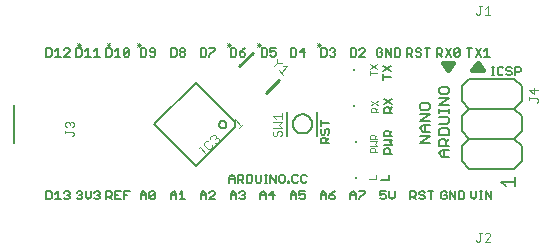
<source format=gbr>
G04 EAGLE Gerber RS-274X export*
G75*
%MOMM*%
%FSLAX34Y34*%
%LPD*%
%INSilkscreen Top*%
%IPPOS*%
%AMOC8*
5,1,8,0,0,1.08239X$1,22.5*%
G01*
%ADD10C,0.406400*%
%ADD11C,0.127000*%
%ADD12C,0.203200*%
%ADD13C,0.152400*%
%ADD14C,0.050800*%
%ADD15C,0.076200*%
%ADD16C,0.101600*%
%ADD17C,0.220000*%
%ADD18R,0.200000X0.200000*%


D10*
X388874Y134874D02*
X393446Y140462D01*
X398018Y134874D01*
X388874Y134874D01*
X372872Y140462D02*
X368300Y134874D01*
X372872Y140462D02*
X363728Y140462D01*
X368300Y134874D01*
X391414Y137160D02*
X394970Y137160D01*
X370078Y138430D02*
X365760Y138430D01*
D11*
X386463Y145923D02*
X386463Y152787D01*
X384175Y152787D02*
X388751Y152787D01*
X391659Y152787D02*
X396235Y145923D01*
X391659Y145923D02*
X396235Y152787D01*
X399143Y150499D02*
X401431Y152787D01*
X401431Y145923D01*
X399143Y145923D02*
X403719Y145923D01*
X358775Y145923D02*
X358775Y152787D01*
X362207Y152787D01*
X363351Y151643D01*
X363351Y149355D01*
X362207Y148211D01*
X358775Y148211D01*
X361063Y148211D02*
X363351Y145923D01*
X366259Y152787D02*
X370835Y145923D01*
X366259Y145923D02*
X370835Y152787D01*
X373743Y151643D02*
X373743Y147067D01*
X373743Y151643D02*
X374887Y152787D01*
X377175Y152787D01*
X378319Y151643D01*
X378319Y147067D01*
X377175Y145923D01*
X374887Y145923D01*
X373743Y147067D01*
X378319Y151643D01*
X333629Y152787D02*
X333629Y145923D01*
X333629Y152787D02*
X337061Y152787D01*
X338205Y151643D01*
X338205Y149355D01*
X337061Y148211D01*
X333629Y148211D01*
X335917Y148211D02*
X338205Y145923D01*
X344545Y152787D02*
X345689Y151643D01*
X344545Y152787D02*
X342257Y152787D01*
X341113Y151643D01*
X341113Y150499D01*
X342257Y149355D01*
X344545Y149355D01*
X345689Y148211D01*
X345689Y147067D01*
X344545Y145923D01*
X342257Y145923D01*
X341113Y147067D01*
X350885Y145923D02*
X350885Y152787D01*
X348597Y152787D02*
X353173Y152787D01*
X312805Y151643D02*
X311661Y152787D01*
X309373Y152787D01*
X308229Y151643D01*
X308229Y147067D01*
X309373Y145923D01*
X311661Y145923D01*
X312805Y147067D01*
X312805Y149355D01*
X310517Y149355D01*
X315713Y145923D02*
X315713Y152787D01*
X320289Y145923D01*
X320289Y152787D01*
X323197Y152787D02*
X323197Y145923D01*
X326629Y145923D01*
X327773Y147067D01*
X327773Y151643D01*
X326629Y152787D01*
X323197Y152787D01*
X285877Y152787D02*
X285877Y145923D01*
X289309Y145923D01*
X290453Y147067D01*
X290453Y151643D01*
X289309Y152787D01*
X285877Y152787D01*
X293361Y145923D02*
X297937Y145923D01*
X293361Y145923D02*
X297937Y150499D01*
X297937Y151643D01*
X296793Y152787D01*
X294505Y152787D01*
X293361Y151643D01*
X260985Y152787D02*
X260985Y145923D01*
X264417Y145923D01*
X265561Y147067D01*
X265561Y151643D01*
X264417Y152787D01*
X260985Y152787D01*
X268469Y151643D02*
X269613Y152787D01*
X271901Y152787D01*
X273045Y151643D01*
X273045Y150499D01*
X271901Y149355D01*
X270757Y149355D01*
X271901Y149355D02*
X273045Y148211D01*
X273045Y147067D01*
X271901Y145923D01*
X269613Y145923D01*
X268469Y147067D01*
X235331Y145923D02*
X235331Y152787D01*
X235331Y145923D02*
X238763Y145923D01*
X239907Y147067D01*
X239907Y151643D01*
X238763Y152787D01*
X235331Y152787D01*
X246247Y152787D02*
X246247Y145923D01*
X242815Y149355D02*
X246247Y152787D01*
X247391Y149355D02*
X242815Y149355D01*
X210439Y152787D02*
X210439Y145923D01*
X213871Y145923D01*
X215015Y147067D01*
X215015Y151643D01*
X213871Y152787D01*
X210439Y152787D01*
X217923Y152787D02*
X222499Y152787D01*
X217923Y152787D02*
X217923Y149355D01*
X220211Y150499D01*
X221355Y150499D01*
X222499Y149355D01*
X222499Y147067D01*
X221355Y145923D01*
X219067Y145923D01*
X217923Y147067D01*
X184531Y145923D02*
X184531Y152787D01*
X184531Y145923D02*
X187963Y145923D01*
X189107Y147067D01*
X189107Y151643D01*
X187963Y152787D01*
X184531Y152787D01*
X194303Y151643D02*
X196591Y152787D01*
X194303Y151643D02*
X192015Y149355D01*
X192015Y147067D01*
X193159Y145923D01*
X195447Y145923D01*
X196591Y147067D01*
X196591Y148211D01*
X195447Y149355D01*
X192015Y149355D01*
X158877Y152787D02*
X158877Y145923D01*
X162309Y145923D01*
X163453Y147067D01*
X163453Y151643D01*
X162309Y152787D01*
X158877Y152787D01*
X166361Y152787D02*
X170937Y152787D01*
X170937Y151643D01*
X166361Y147067D01*
X166361Y145923D01*
X133985Y145923D02*
X133985Y152787D01*
X133985Y145923D02*
X137417Y145923D01*
X138561Y147067D01*
X138561Y151643D01*
X137417Y152787D01*
X133985Y152787D01*
X141469Y151643D02*
X142613Y152787D01*
X144901Y152787D01*
X146045Y151643D01*
X146045Y150499D01*
X144901Y149355D01*
X146045Y148211D01*
X146045Y147067D01*
X144901Y145923D01*
X142613Y145923D01*
X141469Y147067D01*
X141469Y148211D01*
X142613Y149355D01*
X141469Y150499D01*
X141469Y151643D01*
X142613Y149355D02*
X144901Y149355D01*
X108331Y152787D02*
X108331Y145923D01*
X111763Y145923D01*
X112907Y147067D01*
X112907Y151643D01*
X111763Y152787D01*
X108331Y152787D01*
X115815Y147067D02*
X116959Y145923D01*
X119247Y145923D01*
X120391Y147067D01*
X120391Y151643D01*
X119247Y152787D01*
X116959Y152787D01*
X115815Y151643D01*
X115815Y150499D01*
X116959Y149355D01*
X120391Y149355D01*
X78867Y152787D02*
X78867Y145923D01*
X82299Y145923D01*
X83443Y147067D01*
X83443Y151643D01*
X82299Y152787D01*
X78867Y152787D01*
X86351Y150499D02*
X88639Y152787D01*
X88639Y145923D01*
X86351Y145923D02*
X90927Y145923D01*
X93835Y147067D02*
X93835Y151643D01*
X94979Y152787D01*
X97267Y152787D01*
X98411Y151643D01*
X98411Y147067D01*
X97267Y145923D01*
X94979Y145923D01*
X93835Y147067D01*
X98411Y151643D01*
X53721Y152787D02*
X53721Y145923D01*
X57153Y145923D01*
X58297Y147067D01*
X58297Y151643D01*
X57153Y152787D01*
X53721Y152787D01*
X61205Y150499D02*
X63493Y152787D01*
X63493Y145923D01*
X61205Y145923D02*
X65781Y145923D01*
X68689Y150499D02*
X70977Y152787D01*
X70977Y145923D01*
X68689Y145923D02*
X73265Y145923D01*
X28321Y145923D02*
X28321Y152787D01*
X28321Y145923D02*
X31753Y145923D01*
X32897Y147067D01*
X32897Y151643D01*
X31753Y152787D01*
X28321Y152787D01*
X35805Y150499D02*
X38093Y152787D01*
X38093Y145923D01*
X35805Y145923D02*
X40381Y145923D01*
X43289Y145923D02*
X47865Y145923D01*
X43289Y145923D02*
X47865Y150499D01*
X47865Y151643D01*
X46721Y152787D01*
X44433Y152787D01*
X43289Y151643D01*
X28321Y31883D02*
X28321Y25019D01*
X31753Y25019D01*
X32897Y26163D01*
X32897Y30739D01*
X31753Y31883D01*
X28321Y31883D01*
X35805Y29595D02*
X38093Y31883D01*
X38093Y25019D01*
X35805Y25019D02*
X40381Y25019D01*
X43289Y30739D02*
X44433Y31883D01*
X46721Y31883D01*
X47865Y30739D01*
X47865Y29595D01*
X46721Y28451D01*
X45577Y28451D01*
X46721Y28451D02*
X47865Y27307D01*
X47865Y26163D01*
X46721Y25019D01*
X44433Y25019D01*
X43289Y26163D01*
X53975Y30739D02*
X55119Y31883D01*
X57407Y31883D01*
X58551Y30739D01*
X58551Y29595D01*
X57407Y28451D01*
X56263Y28451D01*
X57407Y28451D02*
X58551Y27307D01*
X58551Y26163D01*
X57407Y25019D01*
X55119Y25019D01*
X53975Y26163D01*
X61459Y27307D02*
X61459Y31883D01*
X61459Y27307D02*
X63747Y25019D01*
X66035Y27307D01*
X66035Y31883D01*
X68943Y30739D02*
X70087Y31883D01*
X72375Y31883D01*
X73519Y30739D01*
X73519Y29595D01*
X72375Y28451D01*
X71231Y28451D01*
X72375Y28451D02*
X73519Y27307D01*
X73519Y26163D01*
X72375Y25019D01*
X70087Y25019D01*
X68943Y26163D01*
X79121Y25019D02*
X79121Y31883D01*
X82553Y31883D01*
X83697Y30739D01*
X83697Y28451D01*
X82553Y27307D01*
X79121Y27307D01*
X81409Y27307D02*
X83697Y25019D01*
X86605Y31883D02*
X91181Y31883D01*
X86605Y31883D02*
X86605Y25019D01*
X91181Y25019D01*
X88893Y28451D02*
X86605Y28451D01*
X94089Y25019D02*
X94089Y31883D01*
X98665Y31883D01*
X96377Y28451D02*
X94089Y28451D01*
X108077Y29595D02*
X108077Y25019D01*
X108077Y29595D02*
X110365Y31883D01*
X112653Y29595D01*
X112653Y25019D01*
X112653Y28451D02*
X108077Y28451D01*
X115561Y26163D02*
X115561Y30739D01*
X116705Y31883D01*
X118993Y31883D01*
X120137Y30739D01*
X120137Y26163D01*
X118993Y25019D01*
X116705Y25019D01*
X115561Y26163D01*
X120137Y30739D01*
X133731Y29595D02*
X133731Y25019D01*
X133731Y29595D02*
X136019Y31883D01*
X138307Y29595D01*
X138307Y25019D01*
X138307Y28451D02*
X133731Y28451D01*
X141215Y29595D02*
X143503Y31883D01*
X143503Y25019D01*
X141215Y25019D02*
X145791Y25019D01*
X158877Y25019D02*
X158877Y29595D01*
X161165Y31883D01*
X163453Y29595D01*
X163453Y25019D01*
X163453Y28451D02*
X158877Y28451D01*
X166361Y25019D02*
X170937Y25019D01*
X166361Y25019D02*
X170937Y29595D01*
X170937Y30739D01*
X169793Y31883D01*
X167505Y31883D01*
X166361Y30739D01*
X184277Y29595D02*
X184277Y25019D01*
X184277Y29595D02*
X186565Y31883D01*
X188853Y29595D01*
X188853Y25019D01*
X188853Y28451D02*
X184277Y28451D01*
X191761Y30739D02*
X192905Y31883D01*
X195193Y31883D01*
X196337Y30739D01*
X196337Y29595D01*
X195193Y28451D01*
X194049Y28451D01*
X195193Y28451D02*
X196337Y27307D01*
X196337Y26163D01*
X195193Y25019D01*
X192905Y25019D01*
X191761Y26163D01*
X209423Y25019D02*
X209423Y29595D01*
X211711Y31883D01*
X213999Y29595D01*
X213999Y25019D01*
X213999Y28451D02*
X209423Y28451D01*
X220339Y25019D02*
X220339Y31883D01*
X216907Y28451D01*
X221483Y28451D01*
X235077Y29595D02*
X235077Y25019D01*
X235077Y29595D02*
X237365Y31883D01*
X239653Y29595D01*
X239653Y25019D01*
X239653Y28451D02*
X235077Y28451D01*
X242561Y31883D02*
X247137Y31883D01*
X242561Y31883D02*
X242561Y28451D01*
X244849Y29595D01*
X245993Y29595D01*
X247137Y28451D01*
X247137Y26163D01*
X245993Y25019D01*
X243705Y25019D01*
X242561Y26163D01*
X260477Y25019D02*
X260477Y29595D01*
X262765Y31883D01*
X265053Y29595D01*
X265053Y25019D01*
X265053Y28451D02*
X260477Y28451D01*
X270249Y30739D02*
X272537Y31883D01*
X270249Y30739D02*
X267961Y28451D01*
X267961Y26163D01*
X269105Y25019D01*
X271393Y25019D01*
X272537Y26163D01*
X272537Y27307D01*
X271393Y28451D01*
X267961Y28451D01*
X285623Y29595D02*
X285623Y25019D01*
X285623Y29595D02*
X287911Y31883D01*
X290199Y29595D01*
X290199Y25019D01*
X290199Y28451D02*
X285623Y28451D01*
X293107Y31883D02*
X297683Y31883D01*
X297683Y30739D01*
X293107Y26163D01*
X293107Y25019D01*
X311023Y31883D02*
X315599Y31883D01*
X311023Y31883D02*
X311023Y28451D01*
X313311Y29595D01*
X314455Y29595D01*
X315599Y28451D01*
X315599Y26163D01*
X314455Y25019D01*
X312167Y25019D01*
X311023Y26163D01*
X318507Y27307D02*
X318507Y31883D01*
X318507Y27307D02*
X320795Y25019D01*
X323083Y27307D01*
X323083Y31883D01*
X336423Y31883D02*
X336423Y25019D01*
X336423Y31883D02*
X339855Y31883D01*
X340999Y30739D01*
X340999Y28451D01*
X339855Y27307D01*
X336423Y27307D01*
X338711Y27307D02*
X340999Y25019D01*
X347339Y31883D02*
X348483Y30739D01*
X347339Y31883D02*
X345051Y31883D01*
X343907Y30739D01*
X343907Y29595D01*
X345051Y28451D01*
X347339Y28451D01*
X348483Y27307D01*
X348483Y26163D01*
X347339Y25019D01*
X345051Y25019D01*
X343907Y26163D01*
X353679Y25019D02*
X353679Y31883D01*
X351391Y31883D02*
X355967Y31883D01*
X366017Y31883D02*
X367161Y30739D01*
X366017Y31883D02*
X363729Y31883D01*
X362585Y30739D01*
X362585Y26163D01*
X363729Y25019D01*
X366017Y25019D01*
X367161Y26163D01*
X367161Y28451D01*
X364873Y28451D01*
X370069Y25019D02*
X370069Y31883D01*
X374645Y25019D01*
X374645Y31883D01*
X377553Y31883D02*
X377553Y25019D01*
X380985Y25019D01*
X382129Y26163D01*
X382129Y30739D01*
X380985Y31883D01*
X377553Y31883D01*
X387731Y31883D02*
X387731Y27307D01*
X390019Y25019D01*
X392307Y27307D01*
X392307Y31883D01*
X395215Y25019D02*
X397503Y25019D01*
X396359Y25019D02*
X396359Y31883D01*
X395215Y31883D02*
X397503Y31883D01*
X400205Y31883D02*
X400205Y25019D01*
X404781Y25019D02*
X400205Y31883D01*
X404781Y31883D02*
X404781Y25019D01*
D12*
X417231Y35905D02*
X413248Y39887D01*
X425196Y39887D01*
X425196Y35905D02*
X425196Y43870D01*
D11*
X407545Y130175D02*
X405257Y130175D01*
X406401Y130175D02*
X406401Y137039D01*
X405257Y137039D02*
X407545Y137039D01*
X413678Y137039D02*
X414822Y135895D01*
X413678Y137039D02*
X411390Y137039D01*
X410246Y135895D01*
X410246Y131319D01*
X411390Y130175D01*
X413678Y130175D01*
X414822Y131319D01*
X421163Y137039D02*
X422307Y135895D01*
X421163Y137039D02*
X418875Y137039D01*
X417731Y135895D01*
X417731Y134751D01*
X418875Y133607D01*
X421163Y133607D01*
X422307Y132463D01*
X422307Y131319D01*
X421163Y130175D01*
X418875Y130175D01*
X417731Y131319D01*
X425215Y130175D02*
X425215Y137039D01*
X428647Y137039D01*
X429791Y135895D01*
X429791Y133607D01*
X428647Y132463D01*
X425215Y132463D01*
X319913Y128417D02*
X313049Y128417D01*
X313049Y126129D02*
X313049Y130705D01*
X313049Y133613D02*
X319913Y138189D01*
X319913Y133613D02*
X313049Y138189D01*
X314319Y98189D02*
X321183Y98189D01*
X314319Y98189D02*
X314319Y101621D01*
X315463Y102765D01*
X317751Y102765D01*
X318895Y101621D01*
X318895Y98189D01*
X318895Y100477D02*
X321183Y102765D01*
X314319Y105673D02*
X321183Y110249D01*
X321183Y105673D02*
X314319Y110249D01*
X314319Y63527D02*
X321183Y63527D01*
X314319Y63527D02*
X314319Y66958D01*
X315463Y68102D01*
X317751Y68102D01*
X318895Y66958D01*
X318895Y63527D01*
X321183Y71011D02*
X314319Y71011D01*
X318895Y73299D02*
X321183Y71011D01*
X318895Y73299D02*
X321183Y75587D01*
X314319Y75587D01*
X314319Y78495D02*
X321183Y78495D01*
X314319Y78495D02*
X314319Y81927D01*
X315463Y83071D01*
X317751Y83071D01*
X318895Y81927D01*
X318895Y78495D01*
X318895Y80783D02*
X321183Y83071D01*
X267589Y72417D02*
X260725Y72417D01*
X260725Y75848D01*
X261869Y76992D01*
X264157Y76992D01*
X265301Y75848D01*
X265301Y72417D01*
X265301Y74704D02*
X267589Y76992D01*
X260725Y83333D02*
X261869Y84477D01*
X260725Y83333D02*
X260725Y81045D01*
X261869Y79901D01*
X263013Y79901D01*
X264157Y81045D01*
X264157Y83333D01*
X265301Y84477D01*
X266445Y84477D01*
X267589Y83333D01*
X267589Y81045D01*
X266445Y79901D01*
X267589Y89673D02*
X260725Y89673D01*
X260725Y87385D02*
X260725Y91961D01*
X311779Y41411D02*
X318643Y41411D01*
X318643Y45987D01*
X183007Y43565D02*
X183007Y38989D01*
X183007Y43565D02*
X185295Y45853D01*
X187583Y43565D01*
X187583Y38989D01*
X187583Y42421D02*
X183007Y42421D01*
X190491Y38989D02*
X190491Y45853D01*
X193923Y45853D01*
X195067Y44709D01*
X195067Y42421D01*
X193923Y41277D01*
X190491Y41277D01*
X192779Y41277D02*
X195067Y38989D01*
X197975Y38989D02*
X197975Y45853D01*
X197975Y38989D02*
X201407Y38989D01*
X202551Y40133D01*
X202551Y44709D01*
X201407Y45853D01*
X197975Y45853D01*
X205459Y45853D02*
X205459Y40133D01*
X206603Y38989D01*
X208891Y38989D01*
X210035Y40133D01*
X210035Y45853D01*
X212944Y38989D02*
X215232Y38989D01*
X214088Y38989D02*
X214088Y45853D01*
X212944Y45853D02*
X215232Y45853D01*
X217933Y45853D02*
X217933Y38989D01*
X222509Y38989D02*
X217933Y45853D01*
X222509Y45853D02*
X222509Y38989D01*
X226561Y45853D02*
X228849Y45853D01*
X226561Y45853D02*
X225417Y44709D01*
X225417Y40133D01*
X226561Y38989D01*
X228849Y38989D01*
X229993Y40133D01*
X229993Y44709D01*
X228849Y45853D01*
X232901Y40133D02*
X232901Y38989D01*
X232901Y40133D02*
X234045Y40133D01*
X234045Y38989D01*
X232901Y38989D01*
X240075Y45853D02*
X241219Y44709D01*
X240075Y45853D02*
X237787Y45853D01*
X236643Y44709D01*
X236643Y40133D01*
X237787Y38989D01*
X240075Y38989D01*
X241219Y40133D01*
X247560Y45853D02*
X248704Y44709D01*
X247560Y45853D02*
X245272Y45853D01*
X244128Y44709D01*
X244128Y40133D01*
X245272Y38989D01*
X247560Y38989D01*
X248704Y40133D01*
D13*
X363554Y61076D02*
X369316Y61076D01*
X363554Y61076D02*
X360673Y63957D01*
X363554Y66838D01*
X369316Y66838D01*
X364994Y66838D02*
X364994Y61076D01*
X360673Y70431D02*
X369316Y70431D01*
X360673Y70431D02*
X360673Y74753D01*
X362113Y76193D01*
X364994Y76193D01*
X366435Y74753D01*
X366435Y70431D01*
X366435Y73312D02*
X369316Y76193D01*
X369316Y79786D02*
X360673Y79786D01*
X369316Y79786D02*
X369316Y84108D01*
X367875Y85549D01*
X362113Y85549D01*
X360673Y84108D01*
X360673Y79786D01*
X360673Y89142D02*
X367875Y89142D01*
X369316Y90582D01*
X369316Y93463D01*
X367875Y94904D01*
X360673Y94904D01*
X369316Y98497D02*
X369316Y101378D01*
X369316Y99937D02*
X360673Y99937D01*
X360673Y98497D02*
X360673Y101378D01*
X360673Y104734D02*
X369316Y104734D01*
X369316Y110496D02*
X360673Y104734D01*
X360673Y110496D02*
X369316Y110496D01*
X360673Y115529D02*
X360673Y118410D01*
X360673Y115529D02*
X362113Y114089D01*
X367875Y114089D01*
X369316Y115529D01*
X369316Y118410D01*
X367875Y119851D01*
X362113Y119851D01*
X360673Y118410D01*
X353060Y72815D02*
X344417Y72815D01*
X353060Y78577D01*
X344417Y78577D01*
X347298Y82170D02*
X353060Y82170D01*
X347298Y82170D02*
X344417Y85052D01*
X347298Y87933D01*
X353060Y87933D01*
X348738Y87933D02*
X348738Y82170D01*
X344417Y91526D02*
X353060Y91526D01*
X353060Y97288D02*
X344417Y91526D01*
X344417Y97288D02*
X353060Y97288D01*
X344417Y102321D02*
X344417Y105202D01*
X344417Y102321D02*
X345857Y100881D01*
X351619Y100881D01*
X353060Y102321D01*
X353060Y105202D01*
X351619Y106643D01*
X345857Y106643D01*
X344417Y105202D01*
D14*
X108207Y153925D02*
X105156Y156975D01*
X105156Y153925D02*
X108207Y156975D01*
X108207Y155450D02*
X105156Y155450D01*
X106681Y153925D02*
X106681Y156975D01*
X82553Y153925D02*
X79502Y156975D01*
X79502Y153925D02*
X82553Y156975D01*
X82553Y155450D02*
X79502Y155450D01*
X81027Y153925D02*
X81027Y156975D01*
X57407Y153925D02*
X54356Y156975D01*
X54356Y153925D02*
X57407Y156975D01*
X57407Y155450D02*
X54356Y155450D01*
X55881Y153925D02*
X55881Y156975D01*
X181356Y156975D02*
X184407Y153925D01*
X184407Y156975D02*
X181356Y153925D01*
X181356Y155450D02*
X184407Y155450D01*
X182881Y153925D02*
X182881Y156975D01*
X207010Y156975D02*
X210061Y153925D01*
X210061Y156975D02*
X207010Y153925D01*
X207010Y155450D02*
X210061Y155450D01*
X208535Y153925D02*
X208535Y156975D01*
X257556Y156975D02*
X260607Y153925D01*
X260607Y156975D02*
X257556Y153925D01*
X257556Y155450D02*
X260607Y155450D01*
X259081Y153925D02*
X259081Y156975D01*
D12*
X236979Y88900D02*
X236981Y89100D01*
X236989Y89299D01*
X237001Y89498D01*
X237018Y89697D01*
X237040Y89895D01*
X237067Y90093D01*
X237099Y90290D01*
X237135Y90486D01*
X237177Y90682D01*
X237223Y90876D01*
X237274Y91069D01*
X237329Y91260D01*
X237389Y91451D01*
X237454Y91639D01*
X237524Y91826D01*
X237598Y92012D01*
X237677Y92195D01*
X237760Y92376D01*
X237847Y92556D01*
X237939Y92733D01*
X238035Y92908D01*
X238136Y93080D01*
X238240Y93250D01*
X238349Y93417D01*
X238462Y93582D01*
X238579Y93744D01*
X238700Y93902D01*
X238825Y94058D01*
X238953Y94211D01*
X239085Y94360D01*
X239221Y94507D01*
X239361Y94649D01*
X239503Y94789D01*
X239650Y94925D01*
X239799Y95057D01*
X239952Y95185D01*
X240108Y95310D01*
X240266Y95431D01*
X240428Y95548D01*
X240593Y95661D01*
X240760Y95770D01*
X240930Y95874D01*
X241102Y95975D01*
X241277Y96071D01*
X241454Y96163D01*
X241634Y96250D01*
X241815Y96333D01*
X241998Y96412D01*
X242184Y96486D01*
X242371Y96556D01*
X242559Y96621D01*
X242750Y96681D01*
X242941Y96736D01*
X243134Y96787D01*
X243328Y96833D01*
X243524Y96875D01*
X243720Y96911D01*
X243917Y96943D01*
X244115Y96970D01*
X244313Y96992D01*
X244512Y97009D01*
X244711Y97021D01*
X244910Y97029D01*
X245110Y97031D01*
X245310Y97029D01*
X245509Y97021D01*
X245708Y97009D01*
X245907Y96992D01*
X246105Y96970D01*
X246303Y96943D01*
X246500Y96911D01*
X246696Y96875D01*
X246892Y96833D01*
X247086Y96787D01*
X247279Y96736D01*
X247470Y96681D01*
X247661Y96621D01*
X247849Y96556D01*
X248036Y96486D01*
X248222Y96412D01*
X248405Y96333D01*
X248586Y96250D01*
X248766Y96163D01*
X248943Y96071D01*
X249118Y95975D01*
X249290Y95874D01*
X249460Y95770D01*
X249627Y95661D01*
X249792Y95548D01*
X249954Y95431D01*
X250112Y95310D01*
X250268Y95185D01*
X250421Y95057D01*
X250570Y94925D01*
X250717Y94789D01*
X250859Y94649D01*
X250999Y94507D01*
X251135Y94360D01*
X251267Y94211D01*
X251395Y94058D01*
X251520Y93902D01*
X251641Y93744D01*
X251758Y93582D01*
X251871Y93417D01*
X251980Y93250D01*
X252084Y93080D01*
X252185Y92908D01*
X252281Y92733D01*
X252373Y92556D01*
X252460Y92376D01*
X252543Y92195D01*
X252622Y92012D01*
X252696Y91826D01*
X252766Y91639D01*
X252831Y91451D01*
X252891Y91260D01*
X252946Y91069D01*
X252997Y90876D01*
X253043Y90682D01*
X253085Y90486D01*
X253121Y90290D01*
X253153Y90093D01*
X253180Y89895D01*
X253202Y89697D01*
X253219Y89498D01*
X253231Y89299D01*
X253239Y89100D01*
X253241Y88900D01*
X253239Y88700D01*
X253231Y88501D01*
X253219Y88302D01*
X253202Y88103D01*
X253180Y87905D01*
X253153Y87707D01*
X253121Y87510D01*
X253085Y87314D01*
X253043Y87118D01*
X252997Y86924D01*
X252946Y86731D01*
X252891Y86540D01*
X252831Y86349D01*
X252766Y86161D01*
X252696Y85974D01*
X252622Y85788D01*
X252543Y85605D01*
X252460Y85424D01*
X252373Y85244D01*
X252281Y85067D01*
X252185Y84892D01*
X252084Y84720D01*
X251980Y84550D01*
X251871Y84383D01*
X251758Y84218D01*
X251641Y84056D01*
X251520Y83898D01*
X251395Y83742D01*
X251267Y83589D01*
X251135Y83440D01*
X250999Y83293D01*
X250859Y83151D01*
X250717Y83011D01*
X250570Y82875D01*
X250421Y82743D01*
X250268Y82615D01*
X250112Y82490D01*
X249954Y82369D01*
X249792Y82252D01*
X249627Y82139D01*
X249460Y82030D01*
X249290Y81926D01*
X249118Y81825D01*
X248943Y81729D01*
X248766Y81637D01*
X248586Y81550D01*
X248405Y81467D01*
X248222Y81388D01*
X248036Y81314D01*
X247849Y81244D01*
X247661Y81179D01*
X247470Y81119D01*
X247279Y81064D01*
X247086Y81013D01*
X246892Y80967D01*
X246696Y80925D01*
X246500Y80889D01*
X246303Y80857D01*
X246105Y80830D01*
X245907Y80808D01*
X245708Y80791D01*
X245509Y80779D01*
X245310Y80771D01*
X245110Y80769D01*
X244910Y80771D01*
X244711Y80779D01*
X244512Y80791D01*
X244313Y80808D01*
X244115Y80830D01*
X243917Y80857D01*
X243720Y80889D01*
X243524Y80925D01*
X243328Y80967D01*
X243134Y81013D01*
X242941Y81064D01*
X242750Y81119D01*
X242559Y81179D01*
X242371Y81244D01*
X242184Y81314D01*
X241998Y81388D01*
X241815Y81467D01*
X241634Y81550D01*
X241454Y81637D01*
X241277Y81729D01*
X241102Y81825D01*
X240930Y81926D01*
X240760Y82030D01*
X240593Y82139D01*
X240428Y82252D01*
X240266Y82369D01*
X240108Y82490D01*
X239952Y82615D01*
X239799Y82743D01*
X239650Y82875D01*
X239503Y83011D01*
X239361Y83151D01*
X239221Y83293D01*
X239085Y83440D01*
X238953Y83589D01*
X238825Y83742D01*
X238700Y83898D01*
X238579Y84056D01*
X238462Y84218D01*
X238349Y84383D01*
X238240Y84550D01*
X238136Y84720D01*
X238035Y84892D01*
X237939Y85067D01*
X237847Y85244D01*
X237760Y85424D01*
X237677Y85605D01*
X237598Y85788D01*
X237524Y85974D01*
X237454Y86161D01*
X237389Y86349D01*
X237329Y86540D01*
X237274Y86731D01*
X237223Y86924D01*
X237177Y87118D01*
X237135Y87314D01*
X237099Y87510D01*
X237067Y87707D01*
X237040Y87905D01*
X237018Y88103D01*
X237001Y88302D01*
X236989Y88501D01*
X236981Y88700D01*
X236979Y88900D01*
X257810Y99060D02*
X257810Y78740D01*
X232410Y78740D02*
X232410Y99060D01*
D15*
X221313Y83173D02*
X220085Y81945D01*
X220085Y79487D01*
X221313Y78259D01*
X222542Y78259D01*
X223771Y79487D01*
X223771Y81945D01*
X225000Y83173D01*
X226228Y83173D01*
X227457Y81945D01*
X227457Y79487D01*
X226228Y78259D01*
X227457Y85743D02*
X220085Y85743D01*
X225000Y88200D02*
X227457Y85743D01*
X225000Y88200D02*
X227457Y90658D01*
X220085Y90658D01*
X222542Y93227D02*
X220085Y95684D01*
X227457Y95684D01*
X227457Y93227D02*
X227457Y98142D01*
D11*
X762Y104648D02*
X762Y72898D01*
D16*
X50376Y78486D02*
X51562Y79672D01*
X51562Y80859D01*
X50376Y82045D01*
X44444Y82045D01*
X44444Y80859D02*
X44444Y83231D01*
X45630Y85970D02*
X44444Y87157D01*
X44444Y89529D01*
X45630Y90716D01*
X46817Y90716D01*
X48003Y89529D01*
X48003Y88343D01*
X48003Y89529D02*
X49189Y90716D01*
X50376Y90716D01*
X51562Y89529D01*
X51562Y87157D01*
X50376Y85970D01*
D17*
X191563Y137721D02*
X202877Y149035D01*
X225505Y126407D02*
X214191Y115093D01*
D15*
X223885Y143761D02*
X224754Y144630D01*
X223885Y143761D02*
X223885Y140286D01*
X227360Y140286D01*
X228229Y141155D01*
X223885Y140286D02*
X221278Y137679D01*
X228308Y137600D02*
X231784Y137600D01*
X226571Y132387D01*
X228308Y130650D02*
X224833Y134125D01*
X391813Y182712D02*
X393041Y181483D01*
X394270Y181483D01*
X395499Y182712D01*
X395499Y188855D01*
X394270Y188855D02*
X396728Y188855D01*
X399297Y186398D02*
X401754Y188855D01*
X401754Y181483D01*
X399297Y181483D02*
X404212Y181483D01*
X391813Y-9566D02*
X393041Y-10795D01*
X394270Y-10795D01*
X395499Y-9566D01*
X395499Y-3423D01*
X394270Y-3423D02*
X396728Y-3423D01*
X399297Y-10795D02*
X404212Y-10795D01*
X399297Y-10795D02*
X404212Y-5880D01*
X404212Y-4651D01*
X402983Y-3423D01*
X400526Y-3423D01*
X399297Y-4651D01*
D13*
X424434Y50800D02*
X430784Y57150D01*
X430784Y69850D02*
X424434Y76200D01*
X430784Y82550D01*
X430784Y95250D02*
X424434Y101600D01*
X424434Y50800D02*
X386334Y50800D01*
X379984Y57150D01*
X379984Y69850D01*
X386334Y76200D01*
X379984Y82550D01*
X379984Y95250D01*
X386334Y101600D01*
X386334Y76200D02*
X424434Y76200D01*
X424434Y101600D02*
X386334Y101600D01*
X430784Y95250D02*
X430784Y82550D01*
X430784Y69850D02*
X430784Y57150D01*
X424434Y101600D02*
X430784Y107950D01*
X430784Y120650D02*
X424434Y127000D01*
X386334Y101600D02*
X379984Y107950D01*
X379984Y120650D01*
X386334Y127000D01*
X424434Y127000D01*
X430784Y120650D02*
X430784Y107950D01*
D15*
X443398Y106807D02*
X444627Y108036D01*
X444627Y109264D01*
X443398Y110493D01*
X437255Y110493D01*
X437255Y109264D02*
X437255Y111722D01*
X437255Y117977D02*
X444627Y117977D01*
X440941Y114291D02*
X437255Y117977D01*
X440941Y119206D02*
X440941Y114291D01*
D18*
X288560Y104140D03*
D14*
X303271Y99010D02*
X308864Y99010D01*
X303271Y99010D02*
X303271Y101806D01*
X304203Y102738D01*
X306068Y102738D01*
X307000Y101806D01*
X307000Y99010D01*
X307000Y100874D02*
X308864Y102738D01*
X308864Y108351D02*
X303271Y104623D01*
X303271Y108351D02*
X308864Y104623D01*
D18*
X288560Y134620D03*
D14*
X302509Y131862D02*
X308102Y131862D01*
X302509Y129998D02*
X302509Y133726D01*
X302509Y135611D02*
X308102Y139339D01*
X308102Y135611D02*
X302509Y139339D01*
D18*
X290560Y73660D03*
D14*
X302509Y64695D02*
X308102Y64695D01*
X302509Y64695D02*
X302509Y67491D01*
X303441Y68423D01*
X305306Y68423D01*
X306238Y67491D01*
X306238Y64695D01*
X308102Y70308D02*
X302509Y70308D01*
X306238Y72172D02*
X308102Y70308D01*
X306238Y72172D02*
X308102Y74036D01*
X302509Y74036D01*
X302509Y75921D02*
X308102Y75921D01*
X302509Y75921D02*
X302509Y78717D01*
X303441Y79649D01*
X305306Y79649D01*
X306238Y78717D01*
X306238Y75921D01*
X306238Y77785D02*
X308102Y79649D01*
D18*
X290560Y43180D03*
D14*
X301493Y42164D02*
X307086Y42164D01*
X307086Y45893D01*
D11*
X174405Y88392D02*
X174407Y88504D01*
X174413Y88616D01*
X174423Y88728D01*
X174437Y88839D01*
X174455Y88950D01*
X174476Y89060D01*
X174502Y89170D01*
X174532Y89278D01*
X174565Y89385D01*
X174602Y89491D01*
X174643Y89596D01*
X174688Y89699D01*
X174736Y89800D01*
X174788Y89900D01*
X174843Y89997D01*
X174901Y90093D01*
X174963Y90186D01*
X175029Y90278D01*
X175097Y90367D01*
X175169Y90453D01*
X175244Y90537D01*
X175321Y90618D01*
X175402Y90696D01*
X175485Y90772D01*
X175571Y90844D01*
X175659Y90913D01*
X175750Y90979D01*
X175842Y91042D01*
X175938Y91102D01*
X176035Y91158D01*
X176134Y91211D01*
X176235Y91260D01*
X176338Y91305D01*
X176442Y91347D01*
X176547Y91385D01*
X176654Y91419D01*
X176762Y91450D01*
X176871Y91476D01*
X176981Y91499D01*
X177092Y91518D01*
X177203Y91533D01*
X177315Y91544D01*
X177427Y91551D01*
X177539Y91554D01*
X177651Y91553D01*
X177763Y91548D01*
X177875Y91539D01*
X177987Y91526D01*
X178098Y91509D01*
X178208Y91488D01*
X178317Y91464D01*
X178426Y91435D01*
X178533Y91403D01*
X178640Y91366D01*
X178745Y91327D01*
X178848Y91283D01*
X178950Y91236D01*
X179050Y91185D01*
X179148Y91130D01*
X179244Y91073D01*
X179338Y91011D01*
X179430Y90947D01*
X179520Y90879D01*
X179607Y90808D01*
X179691Y90734D01*
X179773Y90657D01*
X179852Y90578D01*
X179928Y90495D01*
X180001Y90410D01*
X180071Y90322D01*
X180138Y90232D01*
X180202Y90140D01*
X180262Y90045D01*
X180319Y89949D01*
X180373Y89850D01*
X180423Y89749D01*
X180469Y89647D01*
X180512Y89543D01*
X180551Y89438D01*
X180586Y89332D01*
X180618Y89224D01*
X180645Y89115D01*
X180669Y89005D01*
X180689Y88895D01*
X180705Y88784D01*
X180717Y88672D01*
X180725Y88560D01*
X180729Y88448D01*
X180729Y88336D01*
X180725Y88224D01*
X180717Y88112D01*
X180705Y88000D01*
X180689Y87889D01*
X180669Y87779D01*
X180645Y87669D01*
X180618Y87560D01*
X180586Y87452D01*
X180551Y87346D01*
X180512Y87241D01*
X180469Y87137D01*
X180423Y87035D01*
X180373Y86934D01*
X180319Y86835D01*
X180262Y86739D01*
X180202Y86644D01*
X180138Y86552D01*
X180071Y86462D01*
X180001Y86374D01*
X179928Y86289D01*
X179852Y86206D01*
X179773Y86127D01*
X179691Y86050D01*
X179607Y85976D01*
X179520Y85905D01*
X179430Y85837D01*
X179338Y85773D01*
X179244Y85711D01*
X179148Y85654D01*
X179050Y85599D01*
X178950Y85548D01*
X178848Y85501D01*
X178745Y85457D01*
X178640Y85418D01*
X178533Y85381D01*
X178426Y85349D01*
X178317Y85320D01*
X178208Y85296D01*
X178098Y85275D01*
X177987Y85258D01*
X177875Y85245D01*
X177763Y85236D01*
X177651Y85231D01*
X177539Y85230D01*
X177427Y85233D01*
X177315Y85240D01*
X177203Y85251D01*
X177092Y85266D01*
X176981Y85285D01*
X176871Y85308D01*
X176762Y85334D01*
X176654Y85365D01*
X176547Y85399D01*
X176442Y85437D01*
X176338Y85479D01*
X176235Y85524D01*
X176134Y85573D01*
X176035Y85626D01*
X175938Y85682D01*
X175842Y85742D01*
X175750Y85805D01*
X175659Y85871D01*
X175571Y85940D01*
X175485Y86012D01*
X175402Y86088D01*
X175321Y86166D01*
X175244Y86247D01*
X175169Y86331D01*
X175097Y86417D01*
X175029Y86506D01*
X174963Y86598D01*
X174901Y86691D01*
X174843Y86787D01*
X174788Y86884D01*
X174736Y86984D01*
X174688Y87085D01*
X174643Y87188D01*
X174602Y87293D01*
X174565Y87399D01*
X174532Y87506D01*
X174502Y87614D01*
X174476Y87724D01*
X174455Y87834D01*
X174437Y87945D01*
X174423Y88056D01*
X174413Y88168D01*
X174407Y88280D01*
X174405Y88392D01*
X154940Y123747D02*
X119585Y88392D01*
X154940Y53037D01*
X188050Y86147D01*
X188050Y90637D01*
X154940Y123747D01*
D15*
X187982Y92620D02*
X187982Y89145D01*
X187982Y92620D02*
X193195Y87407D01*
X191458Y85670D02*
X194933Y89145D01*
X164441Y64625D02*
X162703Y62887D01*
X163572Y63756D02*
X158359Y68969D01*
X157490Y68100D02*
X159228Y69838D01*
X163625Y74235D02*
X165362Y74235D01*
X163625Y74235D02*
X161887Y72497D01*
X161887Y70759D01*
X165362Y67284D01*
X167100Y67284D01*
X168838Y69022D01*
X168838Y70759D01*
X167179Y76051D02*
X167179Y77789D01*
X168917Y79527D01*
X170654Y79527D01*
X171523Y78658D01*
X171523Y76920D01*
X170654Y76051D01*
X171523Y76920D02*
X173261Y76920D01*
X174130Y76051D01*
X174130Y74314D01*
X172392Y72576D01*
X170654Y72576D01*
M02*

</source>
